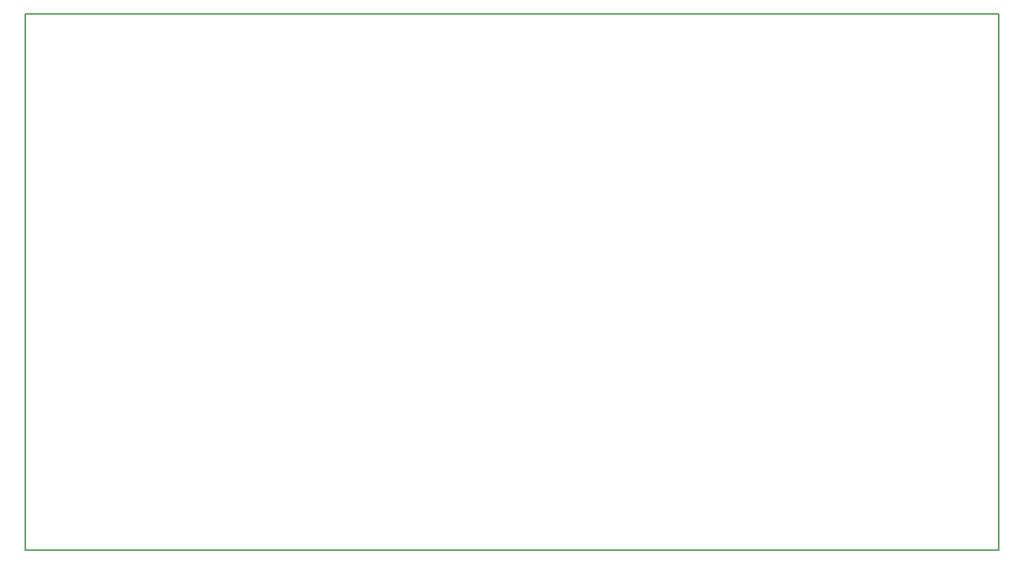
<source format=gbr>
G04 DipTrace 2.3.1.0*
%INVDP_6847_BoardOutline.gbr*%
%MOIN*%
%ADD11C,0.006*%
%FSLAX44Y44*%
G04*
G70*
G90*
G75*
G01*
%LNBoardOutline*%
%LPD*%
X3940Y30872D2*
D11*
X52827D1*
Y3940D1*
X3940D1*
Y30872D1*
M02*

</source>
